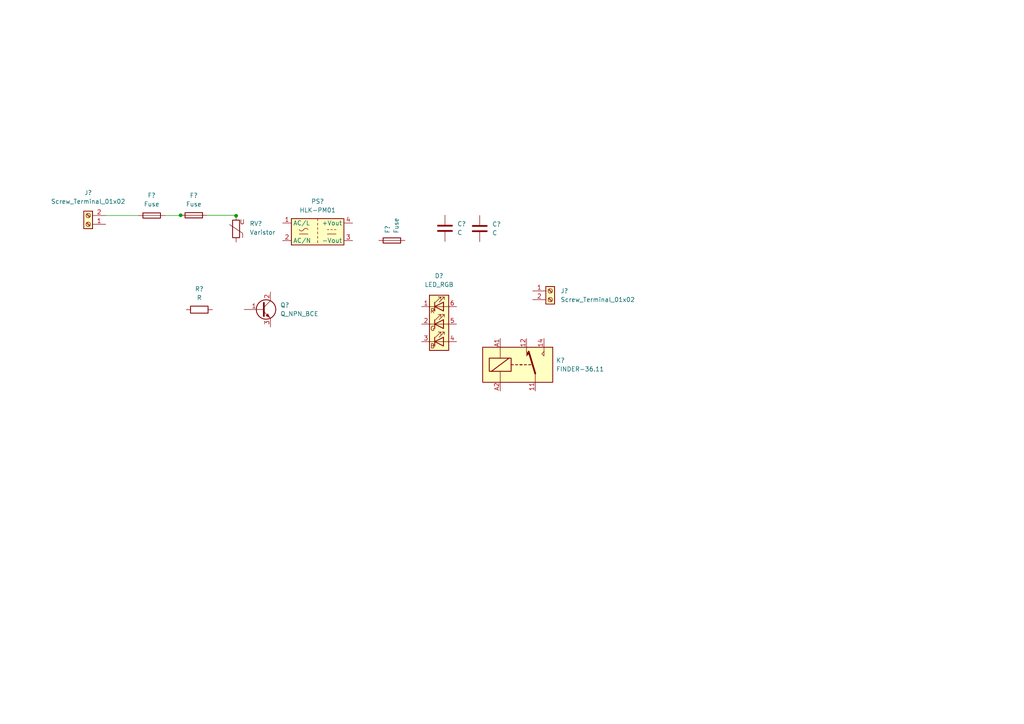
<source format=kicad_sch>
(kicad_sch (version 20211123) (generator eeschema)
  (paper "A4")
  (lib_symbols
    (symbol "Connector:Screw_Terminal_01x02" (pin_names (offset 1.016) hide)
      (property "Reference" "J" (at 0 2.54 0))
      (property "Value" "Screw_Terminal_01x02" (at 0 -5.08 0))
      (symbol "Screw_Terminal_01x02_1_1"
        (rectangle (start -1.27 1.27) (end 1.27 -3.81) (stroke (width 0.254)) (fill (type background)))
        (circle (center 0 -2.54) (radius 0.635) (stroke (width 0.1524)))
        (polyline (pts (xy -0.5334 -2.2098) (xy 0.3302 -3.048)) (stroke (width 0.1524)))
        (polyline (pts (xy -0.5334 0.3302) (xy 0.3302 -0.508)) (stroke (width 0.1524)))
        (polyline (pts (xy -0.3556 -2.032) (xy 0.508 -2.8702)) (stroke (width 0.1524)))
        (polyline (pts (xy -0.3556 0.508) (xy 0.508 -0.3302)) (stroke (width 0.1524)))
        (circle (center 0 0) (radius 0.635) (stroke (width 0.1524)))
        (pin passive line (at -5.08 0 0) (length 3.81) (name "Pin_1") (number "1"))
        (pin passive line (at -5.08 -2.54 0) (length 3.81) (name "Pin_2") (number "2"))
      )
    )
    (symbol "Converter_ACDC:HLK-PM01"
      (property "Reference" "PS" (at 0 5.08 0))
      (property "Value" "HLK-PM01" (at 0 -5.08 0))
      (symbol "HLK-PM01_0_1"
        (rectangle (start -7.62 3.81) (end 7.62 -3.81) (stroke (width 0.254)) (fill (type background)))
        (arc (start -5.334 0.635) (mid -4.699 0.2495) (end -4.064 0.635))
        (arc (start -2.794 0.635) (mid -3.429 1.0072) (end -4.064 0.635))
        (polyline (pts (xy -5.334 -0.635) (xy -2.794 -0.635)))
        (polyline (pts (xy 0 -2.54) (xy 0 -3.175)))
        (polyline (pts (xy 0 -1.27) (xy 0 -1.905)))
        (polyline (pts (xy 0 0) (xy 0 -0.635)))
        (polyline (pts (xy 0 1.27) (xy 0 0.635)))
        (polyline (pts (xy 0 2.54) (xy 0 1.905)))
        (polyline (pts (xy 0 3.81) (xy 0 3.175)))
        (polyline (pts (xy 2.794 -0.635) (xy 5.334 -0.635)))
        (polyline (pts (xy 2.794 0.635) (xy 3.302 0.635)))
        (polyline (pts (xy 3.81 0.635) (xy 4.318 0.635)))
        (polyline (pts (xy 4.826 0.635) (xy 5.334 0.635)))
      )
      (symbol "HLK-PM01_1_1"
        (pin power_in line (at -10.16 2.54 0) (length 2.54) (name "AC/L") (number "1"))
        (pin power_in line (at -10.16 -2.54 0) (length 2.54) (name "AC/N") (number "2"))
        (pin power_out line (at 10.16 -2.54 180) (length 2.54) (name "-Vout") (number "3"))
        (pin power_out line (at 10.16 2.54 180) (length 2.54) (name "+Vout") (number "4"))
      )
    )
    (symbol "Device:C" (pin_numbers hide) (pin_names (offset 0.254))
      (property "Reference" "C" (at 0.635 2.54 0))
      (property "Value" "C" (at 0.635 -2.54 0))
      (symbol "C_0_1"
        (polyline (pts (xy -2.032 -0.762) (xy 2.032 -0.762)) (stroke (width 0.508)))
        (polyline (pts (xy -2.032 0.762) (xy 2.032 0.762)) (stroke (width 0.508)))
      )
      (symbol "C_1_1"
        (pin passive line (at 0 3.81 270) (length 2.794) (name "~") (number "1"))
        (pin passive line (at 0 -3.81 90) (length 2.794) (name "~") (number "2"))
      )
    )
    (symbol "Device:Fuse" (pin_numbers hide) (pin_names (offset 0))
      (property "Reference" "F" (at 2.032 0 90))
      (property "Value" "Fuse" (at -1.905 0 90))
      (symbol "Fuse_0_1"
        (rectangle (start -0.762 -2.54) (end 0.762 2.54) (stroke (width 0.254)))
        (polyline (pts (xy 0 2.54) (xy 0 -2.54)))
      )
      (symbol "Fuse_1_1"
        (pin passive line (at 0 3.81 270) (length 1.27) (name "~") (number "1"))
        (pin passive line (at 0 -3.81 90) (length 1.27) (name "~") (number "2"))
      )
    )
    (symbol "Device:LED_RGB" (pin_names (offset 0) hide)
      (property "Reference" "D" (at 0 9.398 0))
      (property "Value" "LED_RGB" (at 0 -8.89 0))
      (symbol "LED_RGB_0_0"
        (text "B" (at -1.905 -6.35 0) (effects (font (size 1.27 1.27))))
        (text "G" (at -1.905 -1.27 0) (effects (font (size 1.27 1.27))))
        (text "R" (at -1.905 3.81 0) (effects (font (size 1.27 1.27))))
      )
      (symbol "LED_RGB_0_1"
        (polyline (pts (xy -1.27 -5.08) (xy -2.54 -5.08)))
        (polyline (pts (xy -1.27 -5.08) (xy 1.27 -5.08)))
        (polyline (pts (xy -1.27 -3.81) (xy -1.27 -6.35)) (stroke (width 0.254)))
        (polyline (pts (xy -1.27 0) (xy -2.54 0)))
        (polyline (pts (xy -1.27 1.27) (xy -1.27 -1.27)) (stroke (width 0.254)))
        (polyline (pts (xy -1.27 5.08) (xy -2.54 5.08)))
        (polyline (pts (xy -1.27 5.08) (xy 1.27 5.08)))
        (polyline (pts (xy -1.27 6.35) (xy -1.27 3.81)) (stroke (width 0.254)))
        (polyline (pts (xy 1.27 -5.08) (xy 2.54 -5.08)))
        (polyline (pts (xy 1.27 0) (xy -1.27 0)))
        (polyline (pts (xy 1.27 0) (xy 2.54 0)))
        (polyline (pts (xy 1.27 5.08) (xy 2.54 5.08)))
        (polyline (pts (xy -1.27 1.27) (xy -1.27 -1.27) (xy -1.27 -1.27)))
        (polyline (pts (xy -1.27 6.35) (xy -1.27 3.81) (xy -1.27 3.81)))
        (polyline (pts (xy 1.27 -3.81) (xy 1.27 -6.35) (xy -1.27 -5.08) (xy 1.27 -3.81)) (stroke (width 0.254)))
        (polyline (pts (xy 1.27 1.27) (xy 1.27 -1.27) (xy -1.27 0) (xy 1.27 1.27)) (stroke (width 0.254)))
        (polyline (pts (xy 1.27 6.35) (xy 1.27 3.81) (xy -1.27 5.08) (xy 1.27 6.35)) (stroke (width 0.254)))
        (polyline (pts (xy -1.016 -3.81) (xy 0.508 -2.286) (xy -0.254 -2.286) (xy 0.508 -2.286) (xy 0.508 -3.048)))
        (polyline (pts (xy -1.016 1.27) (xy 0.508 2.794) (xy -0.254 2.794) (xy 0.508 2.794) (xy 0.508 2.032)))
        (polyline (pts (xy -1.016 6.35) (xy 0.508 7.874) (xy -0.254 7.874) (xy 0.508 7.874) (xy 0.508 7.112)))
        (polyline (pts (xy 0 -3.81) (xy 1.524 -2.286) (xy 0.762 -2.286) (xy 1.524 -2.286) (xy 1.524 -3.048)))
        (polyline (pts (xy 0 1.27) (xy 1.524 2.794) (xy 0.762 2.794) (xy 1.524 2.794) (xy 1.524 2.032)))
        (polyline (pts (xy 0 6.35) (xy 1.524 7.874) (xy 0.762 7.874) (xy 1.524 7.874) (xy 1.524 7.112)))
        (rectangle (start 1.27 -1.27) (end 1.27 1.27))
        (rectangle (start 1.27 1.27) (end 1.27 1.27))
        (rectangle (start 1.27 3.81) (end 1.27 6.35))
        (rectangle (start 1.27 6.35) (end 1.27 6.35))
        (rectangle (start 2.794 8.382) (end -2.794 -7.62) (stroke (width 0.254)) (fill (type background)))
      )
      (symbol "LED_RGB_1_1"
        (pin passive line (at -5.08 5.08 0) (length 2.54) (name "RK") (number "1"))
        (pin passive line (at -5.08 0 0) (length 2.54) (name "GK") (number "2"))
        (pin passive line (at -5.08 -5.08 0) (length 2.54) (name "BK") (number "3"))
        (pin passive line (at 5.08 -5.08 180) (length 2.54) (name "BA") (number "4"))
        (pin passive line (at 5.08 0 180) (length 2.54) (name "GA") (number "5"))
        (pin passive line (at 5.08 5.08 180) (length 2.54) (name "RA") (number "6"))
      )
    )
    (symbol "Device:Q_NPN_BCE" (pin_names (offset 0) hide)
      (property "Reference" "Q" (at 5.08 1.27 0))
      (property "Value" "Q_NPN_BCE" (at 5.08 -1.27 0))
      (symbol "Q_NPN_BCE_0_1"
        (polyline (pts (xy 0.635 0.635) (xy 2.54 2.54)))
        (polyline (pts (xy 0.635 -0.635) (xy 2.54 -2.54) (xy 2.54 -2.54)))
        (polyline (pts (xy 0.635 1.905) (xy 0.635 -1.905) (xy 0.635 -1.905)) (stroke (width 0.508)))
        (polyline (pts (xy 1.27 -1.778) (xy 1.778 -1.27) (xy 2.286 -2.286) (xy 1.27 -1.778) (xy 1.27 -1.778)) (fill (type outline)))
        (circle (center 1.27 0) (radius 2.8194) (stroke (width 0.254)))
      )
      (symbol "Q_NPN_BCE_1_1"
        (pin input line (at -5.08 0 0) (length 5.715) (name "B") (number "1"))
        (pin passive line (at 2.54 5.08 270) (length 2.54) (name "C") (number "2"))
        (pin passive line (at 2.54 -5.08 90) (length 2.54) (name "E") (number "3"))
      )
    )
    (symbol "Device:R" (pin_numbers hide) (pin_names (offset 0))
      (property "Reference" "R" (at 2.032 0 90))
      (property "Value" "R" (at 0 0 90))
      (symbol "R_0_1"
        (rectangle (start -1.016 -2.54) (end 1.016 2.54) (stroke (width 0.254)))
      )
      (symbol "R_1_1"
        (pin passive line (at 0 3.81 270) (length 1.27) (name "~") (number "1"))
        (pin passive line (at 0 -3.81 90) (length 1.27) (name "~") (number "2"))
      )
    )
    (symbol "Device:Varistor" (pin_numbers hide) (pin_names (offset 0))
      (property "Reference" "RV" (at 3.175 0 90))
      (property "Value" "Varistor" (at -3.175 0 90))
      (symbol "Varistor_0_0"
        (text "U" (at -1.778 -2.032 0) (effects (font (size 1.27 1.27))))
      )
      (symbol "Varistor_0_1"
        (rectangle (start -1.016 -2.54) (end 1.016 2.54) (stroke (width 0.254)))
        (polyline (pts (xy -1.905 2.54) (xy -1.905 1.27) (xy 1.905 -1.27)))
      )
      (symbol "Varistor_1_1"
        (pin passive line (at 0 3.81 270) (length 1.27) (name "~") (number "1"))
        (pin passive line (at 0 -3.81 90) (length 1.27) (name "~") (number "2"))
      )
    )
    (symbol "Relay:FINDER-36.11"
      (property "Reference" "K" (at 11.43 3.81 0))
      (property "Value" "FINDER-36.11" (at 11.43 1.27 0))
      (symbol "FINDER-36.11_0_0"
        (polyline (pts (xy 2.54 3.81) (xy 2.54 5.08)))
        (polyline (pts (xy 7.62 3.81) (xy 7.62 5.08)))
        (polyline (pts (xy 7.62 3.81) (xy 7.62 2.54) (xy 6.985 3.175) (xy 7.62 3.81)))
      )
      (symbol "FINDER-36.11_0_1"
        (rectangle (start -10.16 5.08) (end 10.16 -5.08) (stroke (width 0.254)) (fill (type background)))
        (rectangle (start -8.255 1.905) (end -1.905 -1.905) (stroke (width 0.254)))
        (polyline (pts (xy -7.62 -1.905) (xy -2.54 1.905)) (stroke (width 0.254)))
        (polyline (pts (xy -5.08 -5.08) (xy -5.08 -1.905)))
        (polyline (pts (xy -5.08 5.08) (xy -5.08 1.905)))
        (polyline (pts (xy -1.905 0) (xy -1.27 0)) (stroke (width 0.254)))
        (polyline (pts (xy -0.635 0) (xy 0 0)) (stroke (width 0.254)))
        (polyline (pts (xy 0.635 0) (xy 1.27 0)) (stroke (width 0.254)))
        (polyline (pts (xy 0.635 0) (xy 1.27 0)) (stroke (width 0.254)))
        (polyline (pts (xy 1.905 0) (xy 2.54 0)) (stroke (width 0.254)))
        (polyline (pts (xy 3.175 0) (xy 3.81 0)) (stroke (width 0.254)))
        (polyline (pts (xy 5.08 -2.54) (xy 3.175 3.81)) (stroke (width 0.508)))
        (polyline (pts (xy 5.08 -2.54) (xy 5.08 -5.08)))
        (polyline (pts (xy 2.54 2.54) (xy 3.175 3.175) (xy 2.54 3.81)) (fill (type outline)))
      )
      (symbol "FINDER-36.11_1_1"
        (pin passive line (at 5.08 -7.62 90) (length 2.54) (name "~") (number "11"))
        (pin passive line (at 2.54 7.62 270) (length 2.54) (name "~") (number "12"))
        (pin passive line (at 7.62 7.62 270) (length 2.54) (name "~") (number "14"))
        (pin passive line (at -5.08 7.62 270) (length 2.54) (name "~") (number "A1"))
        (pin passive line (at -5.08 -7.62 90) (length 2.54) (name "~") (number "A2"))
      )
    )
  )
  (junction (at 68.4784 62.5856))
  (junction (at 52.4002 62.4332))
  (wire (pts (xy 60.0456 62.4332) (xy 68.4784 62.4332)))
  (wire (pts (xy 47.8028 62.5094) (xy 52.4002 62.5094)))
  (wire (pts (xy 30.6578 62.5094) (xy 40.1828 62.5094)))
  (wire (pts (xy 68.4784 62.5856) (xy 68.4784 62.4332)))
  (wire (pts (xy 52.4002 62.5094) (xy 52.4002 62.4332)))
  (symbol (lib_id "Device:Fuse") (at 113.665 69.7484 90) (unit 1)
    (property "Reference" "F?" (at 112.3949 67.7164 0) (effects (justify left)))
    (property "Value" "Fuse" (at 114.9349 67.7164 0) (effects (justify left)))
  )
  (symbol (lib_id "Relay:FINDER-36.11") (at 150.1648 105.791 0) (unit 1)
    (property "Reference" "K?" (at 161.29 104.5209 0) (effects (justify left)))
    (property "Value" "FINDER-36.11" (at 161.29 107.0609 0) (effects (justify left)))
    (property "Footprint" "Relay_THT:Relay_SPDT_Finder_36.11" (effects hide))
    (property "Datasheet" "https://gfinder.findernet.com/public/attachments/36/EN/S36EN.pdf" (effects hide))
  )
  (symbol (lib_id "Device:R") (at 57.8104 89.8144 90) (unit 1)
    (property "Reference" "R?" (at 57.8104 83.82 90))
    (property "Value" "R" (at 57.8104 86.36 90))
  )
  (symbol (lib_id "Device:Fuse") (at 56.2102 62.4332 90) (unit 1)
    (property "Reference" "F?" (at 56.2102 56.6928 90))
    (property "Value" "Fuse" (at 56.2102 59.2328 90))
  )
  (symbol (lib_id "Device:C") (at 139.1412 66.294 0) (unit 1)
    (property "Reference" "C?" (at 142.748 65.0239 0) (effects (justify left)))
    (property "Value" "C" (at 142.748 67.5639 0) (effects (justify left)))
  )
  (symbol (lib_id "Device:Varistor") (at 68.4784 66.3956 180) (unit 1)
    (property "Reference" "RV?" (at 72.39 64.8723 0) (effects (justify right)))
    (property "Value" "Varistor" (at 72.39 67.4123 0) (effects (justify right)))
  )
  (symbol (lib_id "Device:LED_RGB") (at 127.3556 94.0054 0) (unit 1)
    (property "Reference" "D?" (at 127.3556 80.01 0))
    (property "Value" "LED_RGB" (at 127.3556 82.55 0))
  )
  (symbol (lib_id "Device:C") (at 129.0574 66.2178 0) (unit 1)
    (property "Reference" "C?" (at 132.6134 64.9477 0) (effects (justify left)))
    (property "Value" "C" (at 132.6134 67.4877 0) (effects (justify left)))
  )
  (symbol (lib_id "Device:Fuse") (at 43.9928 62.5094 90) (unit 1)
    (property "Reference" "F?" (at 43.9928 56.6674 90))
    (property "Value" "Fuse" (at 43.9928 59.2074 90))
  )
  (symbol (lib_id "Connector:Screw_Terminal_01x02") (at 25.5778 65.0494 180) (unit 1)
    (property "Reference" "J?" (at 25.5778 55.9054 0))
    (property "Value" "Screw_Terminal_01x02" (at 25.5778 58.4454 0))
  )
  (symbol (lib_id "Connector:Screw_Terminal_01x02") (at 159.5882 84.3788 0) (unit 1)
    (property "Reference" "J?" (at 162.56 84.3787 0) (effects (justify left)))
    (property "Value" "Screw_Terminal_01x02" (at 162.56 86.9187 0) (effects (justify left)))
  )
  (symbol (lib_id "Converter_ACDC:HLK-PM01") (at 92.1258 67.2338 0) (unit 1)
    (property "Reference" "PS?" (at 92.1258 58.42 0))
    (property "Value" "HLK-PM01" (at 92.1258 60.96 0))
    (property "Footprint" "Converter_ACDC:Converter_ACDC_HiLink_HLK-PMxx" (effects hide))
    (property "Datasheet" "http://www.hlktech.net/product_detail.php?ProId=54" (effects hide))
  )
  (symbol (lib_id "Device:Q_NPN_BCE") (at 75.8952 89.7636 0) (unit 1)
    (property "Reference" "Q?" (at 81.28 88.4935 0) (effects (justify left)))
    (property "Value" "Q_NPN_BCE" (at 81.28 91.0335 0) (effects (justify left)))
  )
)
</source>
